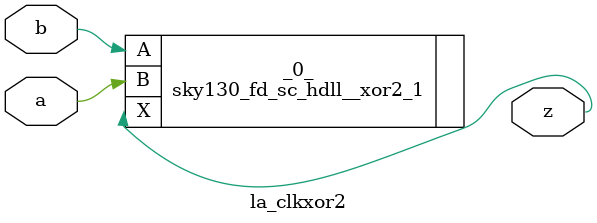
<source format=v>

/* Generated by Yosys 0.37 (git sha1 a5c7f69ed, clang 14.0.0-1ubuntu1.1 -fPIC -Os) */

module la_clkxor2(a, b, z);
  input a;
  wire a;
  input b;
  wire b;
  output z;
  wire z;
  sky130_fd_sc_hdll__xor2_1 _0_ (
    .A(b),
    .B(a),
    .X(z)
  );
endmodule

</source>
